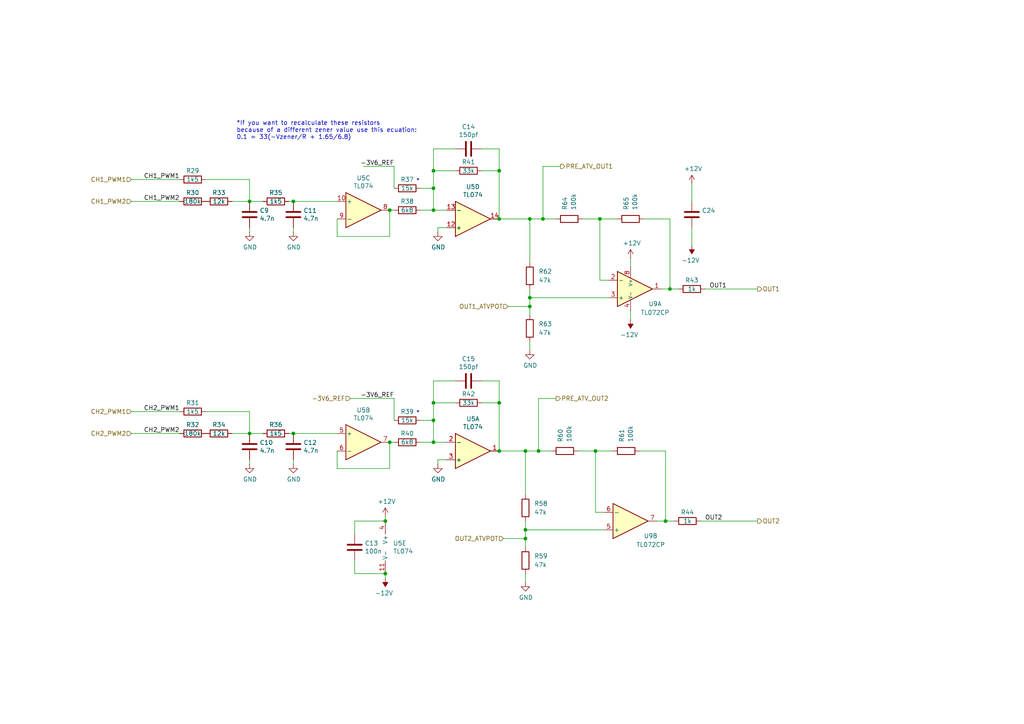
<source format=kicad_sch>
(kicad_sch (version 20231120) (generator "eeschema") (generator_version "8.0")
  (paper "A4")
  (title_block (title "Outputs") (date "2024-09-14") (rev "v0.1") (company "Sluisbrinkie"))
  (lib_symbols
    (symbol "Amplifier_Operational:TL074" (pin_names (offset 0.127))
      (property "Reference" "U" (at 0 5.08 0))
      (property "Value" "TL074" (at 0 -5.08 0))
      (symbol "TL074_1_1"
        (polyline (pts (xy -5.08 5.08) (xy 5.08 0) (xy -5.08 -5.08) (xy -5.08 5.08)) (stroke (width 0.254)) (fill (type background)))
        (pin output line (at 7.62 0 180) (length 2.54) (name "~") (number "1"))
        (pin input line (at -7.62 -2.54 0) (length 2.54) (name "-") (number "2"))
        (pin input line (at -7.62 2.54 0) (length 2.54) (name "+") (number "3"))
      )
      (symbol "TL074_2_1"
        (polyline (pts (xy -5.08 5.08) (xy 5.08 0) (xy -5.08 -5.08) (xy -5.08 5.08)) (stroke (width 0.254)) (fill (type background)))
        (pin input line (at -7.62 2.54 0) (length 2.54) (name "+") (number "5"))
        (pin input line (at -7.62 -2.54 0) (length 2.54) (name "-") (number "6"))
        (pin output line (at 7.62 0 180) (length 2.54) (name "~") (number "7"))
      )
      (symbol "TL074_3_1"
        (polyline (pts (xy -5.08 5.08) (xy 5.08 0) (xy -5.08 -5.08) (xy -5.08 5.08)) (stroke (width 0.254)) (fill (type background)))
        (pin input line (at -7.62 2.54 0) (length 2.54) (name "+") (number "10"))
        (pin output line (at 7.62 0 180) (length 2.54) (name "~") (number "8"))
        (pin input line (at -7.62 -2.54 0) (length 2.54) (name "-") (number "9"))
      )
      (symbol "TL074_4_1"
        (polyline (pts (xy -5.08 5.08) (xy 5.08 0) (xy -5.08 -5.08) (xy -5.08 5.08)) (stroke (width 0.254)) (fill (type background)))
        (pin input line (at -7.62 2.54 0) (length 2.54) (name "+") (number "12"))
        (pin input line (at -7.62 -2.54 0) (length 2.54) (name "-") (number "13"))
        (pin output line (at 7.62 0 180) (length 2.54) (name "~") (number "14"))
      )
      (symbol "TL074_5_1"
        (pin power_in line (at -2.54 -7.62 90) (length 3.81) (name "V-") (number "11"))
        (pin power_in line (at -2.54 7.62 270) (length 3.81) (name "V+") (number "4"))
      )
    )
    (symbol "Device:C" (pin_numbers hide) (pin_names (offset 0.254))
      (property "Reference" "C" (at 0.635 2.54 0))
      (property "Value" "C" (at 0.635 -2.54 0))
      (symbol "C_0_1"
        (polyline (pts (xy -2.032 -0.762) (xy 2.032 -0.762)) (stroke (width 0.508)))
        (polyline (pts (xy -2.032 0.762) (xy 2.032 0.762)) (stroke (width 0.508)))
      )
      (symbol "C_1_1"
        (pin passive line (at 0 3.81 270) (length 2.794) (name "~") (number "1"))
        (pin passive line (at 0 -3.81 90) (length 2.794) (name "~") (number "2"))
      )
    )
    (symbol "Device:R" (pin_numbers hide) (pin_names (offset 0))
      (property "Reference" "R" (at 2.032 0 90))
      (property "Value" "R" (at 0 0 90))
      (symbol "R_0_1"
        (rectangle (start -1.016 -2.54) (end 1.016 2.54) (stroke (width 0.254)))
      )
      (symbol "R_1_1"
        (pin passive line (at 0 3.81 270) (length 1.27) (name "~") (number "1"))
        (pin passive line (at 0 -3.81 90) (length 1.27) (name "~") (number "2"))
      )
    )
    (symbol "PCM_Amplifier_Operational_AKL:TL072CP" (pin_names (offset 0.2))
      (property "Reference" "U" (at 1.27 7.62 0))
      (property "Value" "TL072CP" (at 1.27 5.08 0))
      (symbol "TL072CP_0_1"
        (polyline (pts (xy -3.81 5.08) (xy -3.81 -5.08) (xy 6.35 0) (xy -3.81 5.08)) (stroke (width 0.254)) (fill (type background)))
      )
      (symbol "TL072CP_1_1"
        (pin output line (at 8.89 0 180) (length 2.54) (name "~") (number "1"))
        (pin input line (at -6.35 2.54 0) (length 2.54) (name "-") (number "2"))
        (pin input line (at -6.35 -2.54 0) (length 2.54) (name "+") (number "3"))
        (pin power_in line (at 0 -6.35 90) (length 3.18) (name "V-") (number "4"))
        (pin power_in line (at 0 6.35 270) (length 3.18) (name "V+") (number "8"))
      )
      (symbol "TL072CP_2_1"
        (pin input line (at -6.35 -2.54 0) (length 2.54) (name "+") (number "5"))
        (pin input line (at -6.35 2.54 0) (length 2.54) (name "-") (number "6"))
        (pin output line (at 8.89 0 180) (length 2.54) (name "~") (number "7"))
      )
    )
    (symbol "power:+12V" (power) (pin_numbers hide) (pin_names (offset 0) hide)
      (property "Value" "+12V" (at 0 3.556 0))
      (symbol "+12V_0_1"
        (polyline (pts (xy -0.762 1.27) (xy 0 2.54)))
        (polyline (pts (xy 0 0) (xy 0 2.54)))
        (polyline (pts (xy 0 2.54) (xy 0.762 1.27)))
      )
      (symbol "+12V_1_1"
        (pin power_in line (at 0 0 90) (length 0) (name "~") (number "1"))
      )
    )
    (symbol "power:-12V" (power) (pin_numbers hide) (pin_names (offset 0) hide)
      (property "Value" "-12V" (at 0 3.556 0))
      (symbol "-12V_0_0"
        (pin power_in line (at 0 0 90) (length 0) (name "~") (number "1"))
      )
      (symbol "-12V_0_1"
        (polyline (pts (xy 0 0) (xy 0 1.27) (xy 0.762 1.27) (xy 0 2.54) (xy -0.762 1.27) (xy 0 1.27)) (fill (type outline)))
      )
    )
    (symbol "power:GND" (power) (pin_numbers hide) (pin_names (offset 0) hide)
      (property "Value" "GND" (at 0 -3.81 0))
      (symbol "GND_0_1"
        (polyline (pts (xy 0 0) (xy 0 -1.27) (xy 1.27 -1.27) (xy 0 -2.54) (xy -1.27 -1.27) (xy 0 -1.27)))
      )
      (symbol "GND_1_1"
        (pin power_in line (at 0 0 270) (length 0) (name "~") (number "1"))
      )
    )
  )
  (junction (at 144.78 63.5))
  (junction (at 157.48 63.5))
  (junction (at 125.73 60.96))
  (junction (at 152.4 156.21))
  (junction (at 144.78 130.81))
  (junction (at 113.03 60.96))
  (junction (at 72.39 125.73))
  (junction (at 125.73 54.61))
  (junction (at 194.31 83.82))
  (junction (at 113.03 128.27))
  (junction (at 85.09 125.73))
  (junction (at 153.67 86.36))
  (junction (at 144.78 116.84))
  (junction (at 153.67 88.9))
  (junction (at 111.76 151.13))
  (junction (at 125.73 116.84))
  (junction (at 85.09 58.42))
  (junction (at 111.76 166.37))
  (junction (at 125.73 49.53))
  (junction (at 144.78 49.53))
  (junction (at 125.73 121.92))
  (junction (at 152.4 153.67))
  (junction (at 152.4 130.81))
  (junction (at 156.21 130.81))
  (junction (at 125.73 128.27))
  (junction (at 193.04 151.13))
  (junction (at 153.67 63.5))
  (junction (at 173.99 63.5))
  (junction (at 72.39 58.42))
  (junction (at 172.72 130.81))
  (wire (pts (xy 144.78 63.5) (xy 153.67 63.5)))
  (wire (pts (xy 113.03 68.58) (xy 113.03 60.96)))
  (wire (pts (xy 121.92 54.61) (xy 125.73 54.61)))
  (wire (pts (xy 97.79 63.5) (xy 97.79 68.58)))
  (wire (pts (xy 121.92 128.27) (xy 125.73 128.27)))
  (wire (pts (xy 194.31 83.82) (xy 194.31 63.5)))
  (wire (pts (xy 38.1 119.38) (xy 52.07 119.38)))
  (wire (pts (xy 156.21 115.57) (xy 161.29 115.57)))
  (wire (pts (xy 200.66 53.34) (xy 200.66 58.42)))
  (wire (pts (xy 144.78 110.49) (xy 144.78 116.84)))
  (wire (pts (xy 146.05 156.21) (xy 152.4 156.21)))
  (wire (pts (xy 97.79 68.58) (xy 113.03 68.58)))
  (wire (pts (xy 157.48 63.5) (xy 157.48 48.26)))
  (wire (pts (xy 83.82 125.73) (xy 85.09 125.73)))
  (wire (pts (xy 127 67.31) (xy 127 66.04)))
  (wire (pts (xy 97.79 135.89) (xy 113.03 135.89)))
  (wire (pts (xy 152.4 156.21) (xy 152.4 158.75)))
  (wire (pts (xy 139.7 43.18) (xy 144.78 43.18)))
  (wire (pts (xy 190.5 151.13) (xy 193.04 151.13)))
  (wire (pts (xy 72.39 58.42) (xy 76.2 58.42)))
  (wire (pts (xy 59.69 52.07) (xy 72.39 52.07)))
  (wire (pts (xy 147.32 88.9) (xy 153.67 88.9)))
  (wire (pts (xy 200.66 66.04) (xy 200.66 71.12)))
  (wire (pts (xy 204.47 83.82) (xy 219.71 83.82)))
  (wire (pts (xy 139.7 110.49) (xy 144.78 110.49)))
  (wire (pts (xy 113.03 128.27) (xy 114.3 128.27)))
  (wire (pts (xy 186.69 63.5) (xy 194.31 63.5)))
  (wire (pts (xy 102.87 166.37) (xy 111.76 166.37)))
  (wire (pts (xy 173.99 81.28) (xy 173.99 63.5)))
  (wire (pts (xy 132.08 110.49) (xy 125.73 110.49)))
  (wire (pts (xy 193.04 151.13) (xy 193.04 130.81)))
  (wire (pts (xy 153.67 83.82) (xy 153.67 86.36)))
  (wire (pts (xy 156.21 130.81) (xy 160.02 130.81)))
  (wire (pts (xy 144.78 130.81) (xy 152.4 130.81)))
  (wire (pts (xy 85.09 58.42) (xy 97.79 58.42)))
  (wire (pts (xy 185.42 130.81) (xy 193.04 130.81)))
  (wire (pts (xy 125.73 110.49) (xy 125.73 116.84)))
  (wire (pts (xy 152.4 153.67) (xy 175.26 153.67)))
  (wire (pts (xy 182.88 90.17) (xy 182.88 92.71)))
  (wire (pts (xy 139.7 116.84) (xy 144.78 116.84)))
  (wire (pts (xy 125.73 121.92) (xy 125.73 128.27)))
  (wire (pts (xy 72.39 52.07) (xy 72.39 58.42)))
  (wire (pts (xy 168.91 63.5) (xy 173.99 63.5)))
  (wire (pts (xy 113.03 60.96) (xy 114.3 60.96)))
  (wire (pts (xy 125.73 54.61) (xy 125.73 60.96)))
  (wire (pts (xy 97.79 130.81) (xy 97.79 135.89)))
  (wire (pts (xy 113.03 135.89) (xy 113.03 128.27)))
  (wire (pts (xy 125.73 43.18) (xy 125.73 49.53)))
  (wire (pts (xy 83.82 58.42) (xy 85.09 58.42)))
  (wire (pts (xy 72.39 119.38) (xy 72.39 125.73)))
  (wire (pts (xy 152.4 130.81) (xy 156.21 130.81)))
  (wire (pts (xy 176.53 81.28) (xy 173.99 81.28)))
  (wire (pts (xy 157.48 63.5) (xy 161.29 63.5)))
  (wire (pts (xy 144.78 49.53) (xy 144.78 63.5)))
  (wire (pts (xy 111.76 149.86) (xy 111.76 151.13)))
  (wire (pts (xy 125.73 121.92) (xy 125.73 116.84)))
  (wire (pts (xy 38.1 52.07) (xy 52.07 52.07)))
  (wire (pts (xy 139.7 49.53) (xy 144.78 49.53)))
  (wire (pts (xy 121.92 121.92) (xy 125.73 121.92)))
  (wire (pts (xy 194.31 83.82) (xy 196.85 83.82)))
  (wire (pts (xy 191.77 83.82) (xy 194.31 83.82)))
  (wire (pts (xy 125.73 128.27) (xy 129.54 128.27)))
  (wire (pts (xy 85.09 66.04) (xy 85.09 67.31)))
  (wire (pts (xy 38.1 125.73) (xy 52.07 125.73)))
  (wire (pts (xy 85.09 125.73) (xy 97.79 125.73)))
  (wire (pts (xy 152.4 151.13) (xy 152.4 153.67)))
  (wire (pts (xy 102.87 151.13) (xy 102.87 154.94)))
  (wire (pts (xy 152.4 166.37) (xy 152.4 168.91)))
  (wire (pts (xy 153.67 88.9) (xy 153.67 91.44)))
  (wire (pts (xy 167.64 130.81) (xy 172.72 130.81)))
  (wire (pts (xy 125.73 54.61) (xy 125.73 49.53)))
  (wire (pts (xy 114.3 115.57) (xy 114.3 121.92)))
  (wire (pts (xy 67.31 58.42) (xy 72.39 58.42)))
  (wire (pts (xy 127 134.62) (xy 127 133.35)))
  (wire (pts (xy 157.48 48.26) (xy 162.56 48.26)))
  (wire (pts (xy 127 133.35) (xy 129.54 133.35)))
  (wire (pts (xy 121.92 60.96) (xy 125.73 60.96)))
  (wire (pts (xy 175.26 148.59) (xy 172.72 148.59)))
  (wire (pts (xy 101.6 115.57) (xy 114.3 115.57)))
  (wire (pts (xy 72.39 125.73) (xy 76.2 125.73)))
  (wire (pts (xy 203.2 151.13) (xy 219.71 151.13)))
  (wire (pts (xy 125.73 49.53) (xy 132.08 49.53)))
  (wire (pts (xy 152.4 143.51) (xy 152.4 130.81)))
  (wire (pts (xy 114.3 48.26) (xy 114.3 54.61)))
  (wire (pts (xy 153.67 63.5) (xy 157.48 63.5)))
  (wire (pts (xy 72.39 133.35) (xy 72.39 134.62)))
  (wire (pts (xy 125.73 60.96) (xy 129.54 60.96)))
  (wire (pts (xy 144.78 43.18) (xy 144.78 49.53)))
  (wire (pts (xy 193.04 151.13) (xy 195.58 151.13)))
  (wire (pts (xy 156.21 130.81) (xy 156.21 115.57)))
  (wire (pts (xy 111.76 167.64) (xy 111.76 166.37)))
  (wire (pts (xy 153.67 99.06) (xy 153.67 101.6)))
  (wire (pts (xy 152.4 153.67) (xy 152.4 156.21)))
  (wire (pts (xy 102.87 151.13) (xy 111.76 151.13)))
  (wire (pts (xy 105.41 48.26) (xy 114.3 48.26)))
  (wire (pts (xy 153.67 86.36) (xy 176.53 86.36)))
  (wire (pts (xy 153.67 86.36) (xy 153.67 88.9)))
  (wire (pts (xy 172.72 130.81) (xy 177.8 130.81)))
  (wire (pts (xy 72.39 66.04) (xy 72.39 67.31)))
  (wire (pts (xy 132.08 43.18) (xy 125.73 43.18)))
  (wire (pts (xy 67.31 125.73) (xy 72.39 125.73)))
  (wire (pts (xy 153.67 76.2) (xy 153.67 63.5)))
  (wire (pts (xy 85.09 133.35) (xy 85.09 134.62)))
  (wire (pts (xy 127 66.04) (xy 129.54 66.04)))
  (wire (pts (xy 144.78 116.84) (xy 144.78 130.81)))
  (wire (pts (xy 38.1 58.42) (xy 52.07 58.42)))
  (wire (pts (xy 125.73 116.84) (xy 132.08 116.84)))
  (wire (pts (xy 59.69 119.38) (xy 72.39 119.38)))
  (wire (pts (xy 102.87 162.56) (xy 102.87 166.37)))
  (wire (pts (xy 182.88 74.93) (xy 182.88 77.47)))
  (wire (pts (xy 173.99 63.5) (xy 179.07 63.5)))
  (wire (pts (xy 172.72 148.59) (xy 172.72 130.81)))
  (text "*" (at 120.65 53.34 0) (effects (font (size 1.27 1.27)) (justify left bottom)))
  (text "*If you want to recalculate these resistors \nbecause of a different zener value use this ecuation:\n0.1 = 33(-Vzener/R + 1.65/6.8)" (at 68.58 40.64 0) (effects (font (size 1.27 1.27)) (justify left bottom)))
  (text "*" (at 120.65 120.65 0) (effects (font (size 1.27 1.27)) (justify left bottom)))
  (label "CH2_PWM2" (at 52.07 125.73 180))
  (label "CH2_PWM1" (at 52.07 119.38 180))
  (label "-3V6_REF" (at 114.3 48.26 180))
  (label "CH1_PWM2" (at 52.07 58.42 180))
  (label "-3V6_REF" (at 114.3 115.57 180))
  (label "OUT2" (at 204.47 151.13 0))
  (label "OUT1" (at 205.74 83.82 0))
  (label "CH1_PWM1" (at 52.07 52.07 180))
  (hierarchical_label "OUT2" (shape output) (at 219.71 151.13 0))
  (hierarchical_label "CH1_PWM1" (shape input) (at 38.1 52.07 180))
  (hierarchical_label "CH2_PWM2" (shape input) (at 38.1 125.73 180))
  (hierarchical_label "CH2_PWM1" (shape input) (at 38.1 119.38 180))
  (hierarchical_label "OUT2_ATVPOT" (shape input) (at 146.05 156.21 180))
  (hierarchical_label "OUT1" (shape output) (at 219.71 83.82 0))
  (hierarchical_label "CH1_PWM2" (shape input) (at 38.1 58.42 180))
  (hierarchical_label "PRE_ATV_OUT2" (shape output) (at 161.29 115.57 0))
  (hierarchical_label "OUT1_ATVPOT" (shape input) (at 147.32 88.9 180))
  (hierarchical_label "-3V6_REF" (shape input) (at 101.6 115.57 180))
  (hierarchical_label "PRE_ATV_OUT1" (shape output) (at 162.56 48.26 0))
  (symbol (lib_id "Device:C") (at 135.89 43.18 90) (unit 1)
    (property "Reference" "C14" (at 135.89 36.7792 90))
    (property "Value" "150pf" (at 135.89 39.0906 90))
    (property "Footprint" "Capacitor_THT:C_Disc_D3.4mm_W2.1mm_P2.50mm" (effects (hide yes)))
  )
  (symbol (lib_id "Device:R") (at 199.39 151.13 270) (unit 1)
    (property "Reference" "R44" (at 199.39 148.59 90))
    (property "Value" "1k" (at 199.39 151.13 90))
    (property "Footprint" "Resistor_THT:R_Axial_DIN0207_L6.3mm_D2.5mm_P7.62mm_Horizontal" (effects (hide yes)))
  )
  (symbol (lib_id "Device:R") (at 153.67 95.25 0) (unit 1)
    (property "Reference" "R63" (at 156.21 93.9799 0) (effects (justify left)))
    (property "Value" "47k" (at 156.21 96.5199 0) (effects (justify left)))
    (property "Footprint" "Resistor_THT:R_Axial_DIN0207_L6.3mm_D2.5mm_P7.62mm_Horizontal" (effects (hide yes)))
    (property "Description" "Resistor" (effects (hide yes)))
  )
  (symbol (lib_id "Device:C") (at 200.66 62.23 0) (unit 1)
    (property "Reference" "C24" (at 203.581 61.0616 0) (effects (justify left)))
    (property "Value" "100n" (effects (hide yes)))
    (property "Footprint" "Capacitor_THT:C_Rect_L10.0mm_W4.0mm_P7.50mm_MKS4" (effects (hide yes)))
  )
  (symbol (lib_id "Device:C") (at 85.09 62.23 0) (unit 1)
    (property "Reference" "C11" (at 88.011 61.0616 0) (effects (justify left)))
    (property "Value" "4.7n" (at 88.011 63.373 0) (effects (justify left)))
    (property "Footprint" "Capacitor_THT:C_Disc_D3.4mm_W2.1mm_P2.50mm" (effects (hide yes)))
  )
  (symbol (lib_id "power:-12V") (at 111.76 167.64 180) (unit 1)
    (property "Reference" "#PWR054" (effects (hide yes)))
    (property "Value" "-12V" (at 111.379 172.0342 0))
  )
  (symbol (lib_id "Device:R") (at 200.66 83.82 270) (unit 1)
    (property "Reference" "R43" (at 200.66 81.28 90))
    (property "Value" "1k" (at 200.66 83.82 90))
    (property "Footprint" "Resistor_THT:R_Axial_DIN0207_L6.3mm_D2.5mm_P7.62mm_Horizontal" (effects (hide yes)))
  )
  (symbol (lib_id "Device:R") (at 118.11 121.92 270) (unit 1)
    (property "Reference" "R39" (at 118.11 119.38 90))
    (property "Value" "15k" (at 118.11 121.92 90))
    (property "Footprint" "Resistor_THT:R_Axial_DIN0207_L6.3mm_D2.5mm_P7.62mm_Horizontal" (effects (hide yes)))
  )
  (symbol (lib_id "Amplifier_Operational:TL074") (at 109.22 158.75 0) (mirror y) (unit 5)
    (property "Reference" "U5" (at 113.9952 157.5816 0) (effects (justify right)))
    (property "Value" "TL074" (at 113.9952 159.893 0) (effects (justify right)))
    (property "Footprint" "Package_DIP:DIP-14_W7.62mm_Socket_LongPads" (effects (hide yes)))
    (property "Datasheet" "http://www.ti.com/lit/ds/symlink/tl071.pdf" (effects (hide yes)))
  )
  (symbol (lib_id "PCM_Amplifier_Operational_AKL:TL072CP") (at 181.61 151.13 0) (unit 2)
    (property "Reference" "U9" (at 188.722 155.448 0))
    (property "Value" "TL072CP" (at 188.722 157.988 0))
    (property "Footprint" "PCM_Package_DIP_AKL:DIP-8_W7.62mm_Socket_LongPads" (effects (hide yes)))
    (property "Datasheet" "https://www.ti.com/lit/ds/symlink/tl072h.pdf?ts=1635057479364" (effects (hide yes)))
    (property "Description" "DIP-8 Dual JFET Low Noise Operational Amplifier, 10mV Offset, 8nV/√Hz Noise, 1MHz GBW, Alternate KiCAD Library" (effects (hide yes)))
  )
  (symbol (lib_id "Device:R") (at 181.61 130.81 90) (unit 1)
    (property "Reference" "R61" (at 180.3399 128.27 0) (effects (justify left)))
    (property "Value" "100k" (at 182.8799 128.27 0) (effects (justify left)))
    (property "Footprint" "Resistor_THT:R_Axial_DIN0207_L6.3mm_D2.5mm_P7.62mm_Horizontal" (effects (hide yes)))
    (property "Description" "Resistor" (effects (hide yes)))
  )
  (symbol (lib_id "power:GND") (at 85.09 134.62 0) (unit 1)
    (property "Reference" "#PWR052" (effects (hide yes)))
    (property "Value" "GND" (at 85.217 139.0142 0))
  )
  (symbol (lib_id "Device:R") (at 55.88 52.07 270) (unit 1)
    (property "Reference" "R29" (at 55.88 49.53 90))
    (property "Value" "1k5" (at 55.88 52.07 90))
    (property "Footprint" "Resistor_THT:R_Axial_DIN0207_L6.3mm_D2.5mm_P7.62mm_Horizontal" (effects (hide yes)))
  )
  (symbol (lib_id "power:GND") (at 72.39 67.31 0) (unit 1)
    (property "Reference" "#PWR049" (effects (hide yes)))
    (property "Value" "GND" (at 72.517 71.7042 0))
  )
  (symbol (lib_id "Device:C") (at 85.09 129.54 0) (unit 1)
    (property "Reference" "C12" (at 88.011 128.3716 0) (effects (justify left)))
    (property "Value" "4.7n" (at 88.011 130.683 0) (effects (justify left)))
    (property "Footprint" "Capacitor_THT:C_Disc_D3.4mm_W2.1mm_P2.50mm" (effects (hide yes)))
  )
  (symbol (lib_id "Device:R") (at 55.88 58.42 270) (unit 1)
    (property "Reference" "R30" (at 55.88 55.88 90))
    (property "Value" "180k" (at 55.88 58.42 90))
    (property "Footprint" "Resistor_THT:R_Axial_DIN0207_L6.3mm_D2.5mm_P7.62mm_Horizontal" (effects (hide yes)))
  )
  (symbol (lib_id "Device:R") (at 135.89 49.53 270) (unit 1)
    (property "Reference" "R41" (at 135.89 46.99 90))
    (property "Value" "33k" (at 135.89 49.53 90))
    (property "Footprint" "Resistor_THT:R_Axial_DIN0207_L6.3mm_D2.5mm_P7.62mm_Horizontal" (effects (hide yes)))
  )
  (symbol (lib_id "Amplifier_Operational:TL074") (at 137.16 130.81 0) (mirror x) (unit 1)
    (property "Reference" "U5" (at 137.16 121.4882 0))
    (property "Value" "TL074" (at 137.16 123.7996 0))
    (property "Footprint" "Package_DIP:DIP-14_W7.62mm_Socket_LongPads" (effects (hide yes)))
    (property "Datasheet" "http://www.ti.com/lit/ds/symlink/tl071.pdf" (effects (hide yes)))
  )
  (symbol (lib_id "power:-12V") (at 200.66 71.12 180) (unit 1)
    (property "Reference" "#PWR085" (effects (hide yes)))
    (property "Value" "-12V" (at 200.279 75.5142 0))
  )
  (symbol (lib_id "Device:R") (at 135.89 116.84 270) (unit 1)
    (property "Reference" "R42" (at 135.89 114.3 90))
    (property "Value" "33k" (at 135.89 116.84 90))
    (property "Footprint" "Resistor_THT:R_Axial_DIN0207_L6.3mm_D2.5mm_P7.62mm_Horizontal" (effects (hide yes)))
  )
  (symbol (lib_id "Device:C") (at 135.89 110.49 90) (unit 1)
    (property "Reference" "C15" (at 135.89 104.0892 90))
    (property "Value" "150pf" (at 135.89 106.4006 90))
    (property "Footprint" "Capacitor_THT:C_Disc_D3.4mm_W2.1mm_P2.50mm" (effects (hide yes)))
  )
  (symbol (lib_id "Device:R") (at 118.11 128.27 270) (unit 1)
    (property "Reference" "R40" (at 118.11 125.73 90))
    (property "Value" "6k8" (at 118.11 128.27 90))
    (property "Footprint" "Resistor_THT:R_Axial_DIN0207_L6.3mm_D2.5mm_P7.62mm_Horizontal" (effects (hide yes)))
  )
  (symbol (lib_id "power:GND") (at 153.67 101.6 0) (unit 1)
    (property "Reference" "#PWR083" (effects (hide yes)))
    (property "Value" "GND" (at 153.797 105.9942 0))
  )
  (symbol (lib_id "Device:R") (at 165.1 63.5 90) (unit 1)
    (property "Reference" "R64" (at 163.8299 60.96 0) (effects (justify left)))
    (property "Value" "100k" (at 166.3699 60.96 0) (effects (justify left)))
    (property "Footprint" "Resistor_THT:R_Axial_DIN0207_L6.3mm_D2.5mm_P7.62mm_Horizontal" (effects (hide yes)))
    (property "Description" "Resistor" (effects (hide yes)))
  )
  (symbol (lib_id "Device:C") (at 72.39 62.23 0) (unit 1)
    (property "Reference" "C9" (at 75.311 61.0616 0) (effects (justify left)))
    (property "Value" "4.7n" (at 75.311 63.373 0) (effects (justify left)))
    (property "Footprint" "Capacitor_THT:C_Disc_D3.4mm_W2.1mm_P2.50mm" (effects (hide yes)))
  )
  (symbol (lib_id "Device:R") (at 152.4 147.32 0) (unit 1)
    (property "Reference" "R58" (at 154.94 146.0499 0) (effects (justify left)))
    (property "Value" "47k" (at 154.94 148.5899 0) (effects (justify left)))
    (property "Footprint" "Resistor_THT:R_Axial_DIN0207_L6.3mm_D2.5mm_P7.62mm_Horizontal" (effects (hide yes)))
    (property "Description" "Resistor" (effects (hide yes)))
  )
  (symbol (lib_id "Device:R") (at 80.01 58.42 270) (unit 1)
    (property "Reference" "R35" (at 80.01 55.88 90))
    (property "Value" "1k5" (at 80.01 58.42 90))
    (property "Footprint" "Resistor_THT:R_Axial_DIN0207_L6.3mm_D2.5mm_P7.62mm_Horizontal" (effects (hide yes)))
  )
  (symbol (lib_id "power:GND") (at 152.4 168.91 0) (unit 1)
    (property "Reference" "#PWR082" (effects (hide yes)))
    (property "Value" "GND" (at 152.527 173.3042 0))
  )
  (symbol (lib_id "Device:R") (at 152.4 162.56 0) (unit 1)
    (property "Reference" "R59" (at 154.94 161.2899 0) (effects (justify left)))
    (property "Value" "47k" (at 154.94 163.8299 0) (effects (justify left)))
    (property "Footprint" "Resistor_THT:R_Axial_DIN0207_L6.3mm_D2.5mm_P7.62mm_Horizontal" (effects (hide yes)))
    (property "Description" "Resistor" (effects (hide yes)))
  )
  (symbol (lib_id "Device:R") (at 55.88 119.38 270) (unit 1)
    (property "Reference" "R31" (at 55.88 116.84 90))
    (property "Value" "1k5" (at 55.88 119.38 90))
    (property "Footprint" "Resistor_THT:R_Axial_DIN0207_L6.3mm_D2.5mm_P7.62mm_Horizontal" (effects (hide yes)))
  )
  (symbol (lib_id "power:GND") (at 127 67.31 0) (unit 1)
    (property "Reference" "#PWR055" (effects (hide yes)))
    (property "Value" "GND" (at 127.127 71.7042 0))
  )
  (symbol (lib_id "PCM_Amplifier_Operational_AKL:TL072CP") (at 182.88 83.82 0) (unit 1)
    (property "Reference" "U9" (at 189.992 88.138 0))
    (property "Value" "TL072CP" (at 189.992 90.678 0))
    (property "Footprint" "PCM_Package_DIP_AKL:DIP-8_W7.62mm_Socket_LongPads" (effects (hide yes)))
    (property "Datasheet" "https://www.ti.com/lit/ds/symlink/tl072h.pdf?ts=1635057479364" (effects (hide yes)))
    (property "Description" "DIP-8 Dual JFET Low Noise Operational Amplifier, 10mV Offset, 8nV/√Hz Noise, 1MHz GBW, Alternate KiCAD Library" (effects (hide yes)))
  )
  (symbol (lib_id "Amplifier_Operational:TL074") (at 137.16 63.5 0) (mirror x) (unit 4)
    (property "Reference" "U5" (at 137.16 54.1782 0))
    (property "Value" "TL074" (at 137.16 56.4896 0))
    (property "Footprint" "Package_DIP:DIP-14_W7.62mm_Socket_LongPads" (effects (hide yes)))
    (property "Datasheet" "http://www.ti.com/lit/ds/symlink/tl071.pdf" (effects (hide yes)))
  )
  (symbol (lib_id "Device:R") (at 153.67 80.01 0) (unit 1)
    (property "Reference" "R62" (at 156.21 78.7399 0) (effects (justify left)))
    (property "Value" "47k" (at 156.21 81.2799 0) (effects (justify left)))
    (property "Footprint" "Resistor_THT:R_Axial_DIN0207_L6.3mm_D2.5mm_P7.62mm_Horizontal" (effects (hide yes)))
    (property "Description" "Resistor" (effects (hide yes)))
  )
  (symbol (lib_id "Device:R") (at 182.88 63.5 90) (unit 1)
    (property "Reference" "R65" (at 181.6099 60.96 0) (effects (justify left)))
    (property "Value" "100k" (at 184.1499 60.96 0) (effects (justify left)))
    (property "Footprint" "Resistor_THT:R_Axial_DIN0207_L6.3mm_D2.5mm_P7.62mm_Horizontal" (effects (hide yes)))
    (property "Description" "Resistor" (effects (hide yes)))
  )
  (symbol (lib_id "Device:R") (at 80.01 125.73 270) (unit 1)
    (property "Reference" "R36" (at 80.01 123.19 90))
    (property "Value" "1k5" (at 80.01 125.73 90))
    (property "Footprint" "Resistor_THT:R_Axial_DIN0207_L6.3mm_D2.5mm_P7.62mm_Horizontal" (effects (hide yes)))
  )
  (symbol (lib_id "Device:C") (at 102.87 158.75 0) (unit 1)
    (property "Reference" "C13" (at 105.791 157.5816 0) (effects (justify left)))
    (property "Value" "100n" (at 105.791 159.893 0) (effects (justify left)))
    (property "Footprint" "Capacitor_THT:C_Rect_L10.0mm_W4.0mm_P7.50mm_MKS4" (effects (hide yes)))
  )
  (symbol (lib_id "power:+12V") (at 182.88 74.93 0) (unit 1)
    (property "Reference" "#PWR086" (effects (hide yes)))
    (property "Value" "+12V" (at 183.261 70.5358 0))
  )
  (symbol (lib_id "Amplifier_Operational:TL074") (at 105.41 128.27 0) (unit 2)
    (property "Reference" "U5" (at 105.41 118.9482 0))
    (property "Value" "TL074" (at 105.41 121.2596 0))
    (property "Footprint" "Package_DIP:DIP-14_W7.62mm_Socket_LongPads" (effects (hide yes)))
    (property "Datasheet" "http://www.ti.com/lit/ds/symlink/tl071.pdf" (effects (hide yes)))
  )
  (symbol (lib_id "Device:R") (at 63.5 125.73 270) (unit 1)
    (property "Reference" "R34" (at 63.5 123.19 90))
    (property "Value" "12k" (at 63.5 125.73 90))
    (property "Footprint" "Resistor_THT:R_Axial_DIN0207_L6.3mm_D2.5mm_P7.62mm_Horizontal" (effects (hide yes)))
  )
  (symbol (lib_id "Device:R") (at 118.11 54.61 270) (unit 1)
    (property "Reference" "R37" (at 118.11 52.07 90))
    (property "Value" "15k" (at 118.11 54.61 90))
    (property "Footprint" "Resistor_THT:R_Axial_DIN0207_L6.3mm_D2.5mm_P7.62mm_Horizontal" (effects (hide yes)))
  )
  (symbol (lib_id "power:GND") (at 85.09 67.31 0) (unit 1)
    (property "Reference" "#PWR051" (effects (hide yes)))
    (property "Value" "GND" (at 85.217 71.7042 0))
  )
  (symbol (lib_id "Device:R") (at 163.83 130.81 90) (unit 1)
    (property "Reference" "R60" (at 162.5599 128.27 0) (effects (justify left)))
    (property "Value" "100k" (at 165.0999 128.27 0) (effects (justify left)))
    (property "Footprint" "Resistor_THT:R_Axial_DIN0207_L6.3mm_D2.5mm_P7.62mm_Horizontal" (effects (hide yes)))
    (property "Description" "Resistor" (effects (hide yes)))
  )
  (symbol (lib_id "power:GND") (at 127 134.62 0) (unit 1)
    (property "Reference" "#PWR056" (effects (hide yes)))
    (property "Value" "GND" (at 127.127 139.0142 0))
  )
  (symbol (lib_id "power:+12V") (at 200.66 53.34 0) (unit 1)
    (property "Reference" "#PWR084" (effects (hide yes)))
    (property "Value" "+12V" (at 201.041 48.9458 0))
  )
  (symbol (lib_id "Device:R") (at 63.5 58.42 270) (unit 1)
    (property "Reference" "R33" (at 63.5 55.88 90))
    (property "Value" "12k" (at 63.5 58.42 90))
    (property "Footprint" "Resistor_THT:R_Axial_DIN0207_L6.3mm_D2.5mm_P7.62mm_Horizontal" (effects (hide yes)))
  )
  (symbol (lib_id "Device:R") (at 55.88 125.73 270) (unit 1)
    (property "Reference" "R32" (at 55.88 123.19 90))
    (property "Value" "180k" (at 55.88 125.73 90))
    (property "Footprint" "Resistor_THT:R_Axial_DIN0207_L6.3mm_D2.5mm_P7.62mm_Horizontal" (effects (hide yes)))
  )
  (symbol (lib_id "Device:R") (at 118.11 60.96 270) (unit 1)
    (property "Reference" "R38" (at 118.11 58.42 90))
    (property "Value" "6k8" (at 118.11 60.96 90))
    (property "Footprint" "Resistor_THT:R_Axial_DIN0207_L6.3mm_D2.5mm_P7.62mm_Horizontal" (effects (hide yes)))
  )
  (symbol (lib_id "Device:C") (at 72.39 129.54 0) (unit 1)
    (property "Reference" "C10" (at 75.311 128.3716 0) (effects (justify left)))
    (property "Value" "4.7n" (at 75.311 130.683 0) (effects (justify left)))
    (property "Footprint" "Capacitor_THT:C_Disc_D3.4mm_W2.1mm_P2.50mm" (effects (hide yes)))
  )
  (symbol (lib_id "power:-12V") (at 182.88 92.71 180) (unit 1)
    (property "Reference" "#PWR087" (effects (hide yes)))
    (property "Value" "-12V" (at 182.499 97.1042 0))
  )
  (symbol (lib_id "power:+12V") (at 111.76 149.86 0) (unit 1)
    (property "Reference" "#PWR053" (effects (hide yes)))
    (property "Value" "+12V" (at 112.141 145.4658 0))
  )
  (symbol (lib_id "power:GND") (at 72.39 134.62 0) (unit 1)
    (property "Reference" "#PWR050" (effects (hide yes)))
    (property "Value" "GND" (at 72.517 139.0142 0))
  )
  (symbol (lib_id "Amplifier_Operational:TL074") (at 105.41 60.96 0) (unit 3)
    (property "Reference" "U5" (at 105.41 51.6382 0))
    (property "Value" "TL074" (at 105.41 53.9496 0))
    (property "Footprint" "Package_DIP:DIP-14_W7.62mm_Socket_LongPads" (effects (hide yes)))
    (property "Datasheet" "http://www.ti.com/lit/ds/symlink/tl071.pdf" (effects (hide yes)))
  )
)
</source>
